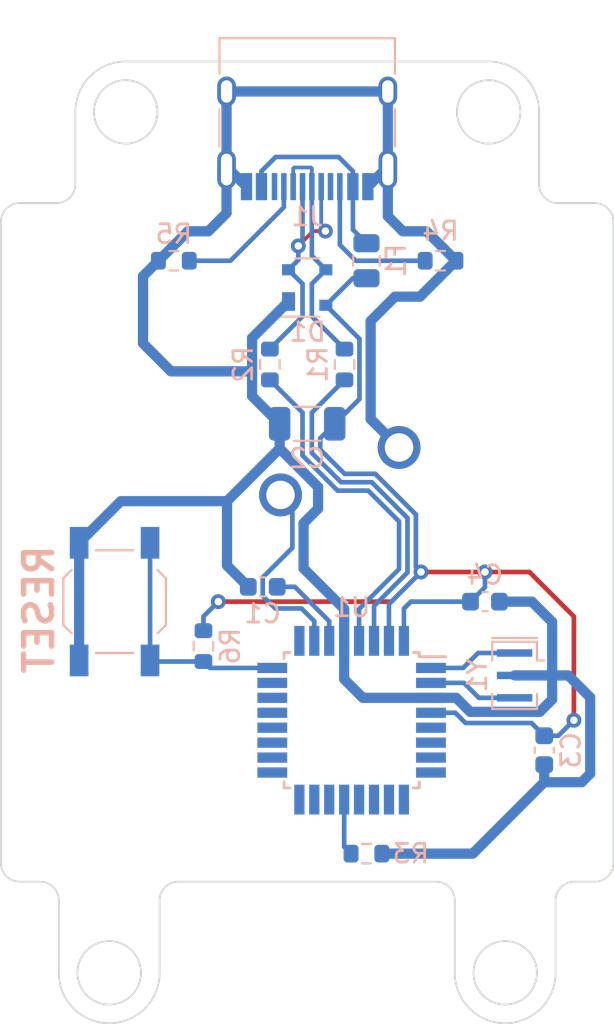
<source format=kicad_pcb>
(kicad_pcb (version 20240108) (generator "pcbnew") (generator_version "8.0")
  (layers (0 "F.Cu" signal) (31 "B.Cu" signal) (34 "B.Paste" user) (35 "F.Paste" user) (36 "B.SilkS" user "B.Silkscreen") (37 "F.SilkS" user "F.Silkscreen") (38 "B.Mask" user) (39 "F.Mask" user) (44 "Edge.Cuts" user))
  (net 0 "")
  (net 3 "Net-(U1-PC1{slash}~{RESET})")
  (net 4 "Net-(U1-XTAL1)")
  (net 23 "Net-(U1-PC0{slash}XTAL2)")
  (net 25 "GND")
  (net 26 "D-")
  (net 27 "D+")
  (net 28 "VCC")
  (net 29 "Net-(F1-Pad1)")
  (net 30 "Net-(U1-D-)")
  (net 31 "Net-(U1-D+)")
  (net 32 "Net-(J1-CC2)")
  (net 33 "Net-(J1-CC1)")
  (net 34 "Net-(U1-~{HWB}{slash}PD7)")
  (net 35 "Net-(U1-UCAP)")
  (net 36 "SW1")
  (footprint "MX_Solderable:MX-Solderable-ISO" (layer "F.Cu") (at 166.677 93.6566)
    (property "Reference" "SW1")
    (property "Value" "SW_Push")
    (pad "" np_thru_hole circle (at -8.255 -11.938) (size 3.9878 3.9878) (drill 3.9878) (layers "*.Cu" "*.Mask"))
    (pad "" np_thru_hole circle (at -8.255 11.938) (size 3.9878 3.9878) (drill 3.9878) (layers "*.Cu" "*.Mask"))
    (pad "" np_thru_hole circle (at -5.08 0 48.099) (size 1.7018 1.7018) (drill 1.7018) (layers "F&B.Cu" "*.Mask"))
    (pad "" np_thru_hole circle (at 0 0) (size 3.9878 3.9878) (drill 3.9878) (layers "*.Cu" "*.Mask"))
    (pad "" np_thru_hole circle (at 5.08 0 48.099) (size 1.7018 1.7018) (drill 1.7018) (layers "F&B.Cu" "*.Mask"))
    (pad "" np_thru_hole circle (at 6.985 -11.938) (size 3.048 3.048) (drill 3.048) (layers "*.Cu" "*.Mask"))
    (pad "" np_thru_hole circle (at 6.985 11.938) (size 3.048 3.048) (drill 3.048) (layers "*.Cu" "*.Mask"))
    (pad "1" thru_hole circle (at -3.81 -2.54) (size 2.3 2.3) (drill 1.524) (layers "*.Cu" "B.Mask") (net 36 "SW1"))
    (pad "2" thru_hole circle (at 2.54 -5.08) (size 2.3 2.3) (drill 1.524) (layers "*.Cu" "B.Mask") (net 25 "GND"))
  )
  (footprint "Capacitor_SMD:C_0603_1608Metric" (layer "B.Cu") (at 176.9951 104.7871 90)
    (property "Reference" "C3" (at 0 1.43 90) (layer "B.SilkS") (effects (justify mirror)))
    (property "Value" "0.1uF")
    (fp_line (start -0.14058 -0.51) (end 0.14058 -0.51) (stroke (width 0.12)) (layer "B.SilkS"))
    (fp_line (start -0.14058 0.51) (end 0.14058 0.51) (stroke (width 0.12)) (layer "B.SilkS"))
    (pad "1" smd roundrect (at -0.775 0 90) (size 0.9 0.95) (layers "B.Cu" "B.Paste" "B.Mask") (net 25 "GND"))
    (pad "2" smd roundrect (at 0.775 0 90) (size 0.9 0.95) (layers "B.Cu" "B.Paste" "B.Mask") (net 28 "VCC"))
  )
  (footprint "Capacitor_SMD:C_0603_1608Metric" (layer "B.Cu") (at 161.9148 96.0377)
    (property "Reference" "C1" (at 0 1.43 0) (layer "B.SilkS") (effects (justify mirror)))
    (property "Value" "1uF")
    (fp_line (start -0.14058 -0.51) (end 0.14058 -0.51) (stroke (width 0.12)) (layer "B.SilkS"))
    (fp_line (start -0.14058 0.51) (end 0.14058 0.51) (stroke (width 0.12)) (layer "B.SilkS"))
    (pad "1" smd roundrect (at -0.775 0) (size 0.9 0.95) (layers "B.Cu" "B.Paste" "B.Mask") (net 25 "GND"))
    (pad "2" smd roundrect (at 0.775 0) (size 0.9 0.95) (layers "B.Cu" "B.Paste" "B.Mask") (net 35 "Net-(U1-UCAP)"))
  )
  (footprint "Fuse:Fuse_0805_2012Metric" (layer "B.Cu") (at 167.4707 78.5763 -90)
    (property "Reference" "F1" (at 0 -1.5874 90) (layer "B.SilkS") (effects (justify mirror)))
    (property "Value" "Polyfuse_Small")
    (fp_line (start -0.258578 0.71) (end 0.258578 0.71) (stroke (width 0.12)) (layer "B.SilkS"))
    (fp_line (start -0.258578 -0.71) (end 0.258578 -0.71) (stroke (width 0.12)) (layer "B.SilkS"))
    (pad "1" smd roundrect (at -0.9375 0 270) (size 0.975 1.4) (layers "B.Cu" "B.Paste" "B.Mask") (net 29 "Net-(F1-Pad1)"))
    (pad "2" smd roundrect (at 0.9375 0 270) (size 0.975 1.4) (layers "B.Cu" "B.Paste" "B.Mask") (net 28 "VCC"))
  )
  (footprint "Connector_USB:USB_C_Receptacle_HRO_TYPE-C-31-M-12" (layer "B.Cu") (at 164.2959 70.5628)
    (property "Reference" "J1" (at 0 5.645 0) (layer "B.SilkS") (effects (justify mirror)))
    (property "Value" "USB_C_Receptacle")
    (fp_line (start -4.7 -3.9) (end 4.7 -3.9) (stroke (width 0.12)) (layer "B.SilkS"))
    (fp_line (start -4.7 -2) (end -4.7 -3.9) (stroke (width 0.12)) (layer "B.SilkS"))
    (fp_line (start -4.7 1.9) (end -4.7 -0.1) (stroke (width 0.12)) (layer "B.SilkS"))
    (fp_line (start 4.7 -2) (end 4.7 -3.9) (stroke (width 0.12)) (layer "B.SilkS"))
    (fp_line (start 4.7 1.9) (end 4.7 -0.1) (stroke (width 0.12)) (layer "B.SilkS"))
    (pad "" np_thru_hole circle (at -2.89 2.6) (size 0.65 0.65) (drill 0.65) (layers "*.Cu" "*.Mask"))
    (pad "" np_thru_hole circle (at 2.89 2.6) (size 0.65 0.65) (drill 0.65) (layers "*.Cu" "*.Mask"))
    (pad "A1" smd rect (at -3.25 4.045) (size 0.6 1.45) (layers "B.Cu" "B.Paste" "B.Mask") (net 25 "GND"))
    (pad "A4" smd rect (at -2.45 4.045) (size 0.6 1.45) (layers "B.Cu" "B.Paste" "B.Mask") (net 29 "Net-(F1-Pad1)"))
    (pad "A5" smd rect (at -1.25 4.045) (size 0.3 1.45) (layers "B.Cu" "B.Paste" "B.Mask") (net 33 "Net-(J1-CC1)"))
    (pad "A6" smd rect (at -0.25 4.045) (size 0.3 1.45) (layers "B.Cu" "B.Paste" "B.Mask") (net 27 "D+"))
    (pad "A7" smd rect (at 0.25 4.045) (size 0.3 1.45) (layers "B.Cu" "B.Paste" "B.Mask") (net 26 "D-"))
    (pad "A8" smd rect (at 1.25 4.045) (size 0.3 1.45) (layers "B.Cu" "B.Paste" "B.Mask"))
    (pad "A9" smd rect (at 2.45 4.045) (size 0.6 1.45) (layers "B.Cu" "B.Paste" "B.Mask") (net 29 "Net-(F1-Pad1)"))
    (pad "A12" smd rect (at 3.25 4.045) (size 0.6 1.45) (layers "B.Cu" "B.Paste" "B.Mask") (net 25 "GND"))
    (pad "B1" smd rect (at 3.25 4.045) (size 0.6 1.45) (layers "B.Cu" "B.Paste" "B.Mask") (net 25 "GND"))
    (pad "B4" smd rect (at 2.45 4.045) (size 0.6 1.45) (layers "B.Cu" "B.Paste" "B.Mask") (net 29 "Net-(F1-Pad1)"))
    (pad "B5" smd rect (at 1.75 4.045) (size 0.3 1.45) (layers "B.Cu" "B.Paste" "B.Mask") (net 32 "Net-(J1-CC2)"))
    (pad "B6" smd rect (at 0.75 4.045) (size 0.3 1.45) (layers "B.Cu" "B.Paste" "B.Mask") (net 27 "D+"))
    (pad "B7" smd rect (at -0.75 4.045) (size 0.3 1.45) (layers "B.Cu" "B.Paste" "B.Mask") (net 26 "D-"))
    (pad "B8" smd rect (at -1.75 4.045) (size 0.3 1.45) (layers "B.Cu" "B.Paste" "B.Mask"))
    (pad "B9" smd rect (at -2.45 4.045) (size 0.6 1.45) (layers "B.Cu" "B.Paste" "B.Mask") (net 29 "Net-(F1-Pad1)"))
    (pad "B12" smd rect (at -3.25 4.045) (size 0.6 1.45) (layers "B.Cu" "B.Paste" "B.Mask") (net 25 "GND"))
    (pad "S1" thru_hole oval (at -4.32 -1.05) (size 1 1.6) (drill oval 0.6 1.2) (layers "*.Cu" "*.Mask") (net 25 "GND"))
    (pad "S1" thru_hole oval (at -4.32 3.13) (size 1 2.1) (drill oval 0.6 1.7) (layers "*.Cu" "*.Mask") (net 25 "GND"))
    (pad "S1" thru_hole oval (at 4.32 -1.05) (size 1 1.6) (drill oval 0.6 1.2) (layers "*.Cu" "*.Mask") (net 25 "GND"))
    (pad "S1" thru_hole oval (at 4.32 3.13) (size 1 2.1) (drill oval 0.6 1.7) (layers "*.Cu" "*.Mask") (net 25 "GND"))
  )
  (footprint "Resistor_SMD:R_0603_1608Metric" (layer "B.Cu") (at 171.4392 78.5763)
    (property "Reference" "R4" (at 0 -1.5874 0) (layer "B.SilkS") (effects (justify mirror)))
    (property "Value" "5.1k")
    (fp_line (start -0.237258 -0.5225) (end 0.237258 -0.5225) (stroke (width 0.12)) (layer "B.SilkS"))
    (fp_line (start -0.237258 0.5225) (end 0.237258 0.5225) (stroke (width 0.12)) (layer "B.SilkS"))
    (pad "1" smd roundrect (at -0.825 0) (size 0.8 0.95) (layers "B.Cu" "B.Paste" "B.Mask") (net 32 "Net-(J1-CC2)"))
    (pad "2" smd roundrect (at 0.825 0) (size 0.8 0.95) (layers "B.Cu" "B.Paste" "B.Mask") (net 25 "GND"))
  )
  (footprint "Resistor_SMD:R_0603_1608Metric" (layer "B.Cu") (at 167.4707 110.3243)
    (property "Reference" "R3" (at 2.3811 0 0) (layer "B.SilkS") (effects (justify mirror)))
    (property "Value" "10k")
    (fp_line (start -0.237258 -0.5225) (end 0.237258 -0.5225) (stroke (width 0.12)) (layer "B.SilkS"))
    (fp_line (start -0.237258 0.5225) (end 0.237258 0.5225) (stroke (width 0.12)) (layer "B.SilkS"))
    (pad "1" smd roundrect (at -0.825 0) (size 0.8 0.95) (layers "B.Cu" "B.Paste" "B.Mask") (net 34 "Net-(U1-~{HWB}{slash}PD7)"))
    (pad "2" smd roundrect (at 0.825 0) (size 0.8 0.95) (layers "B.Cu" "B.Paste" "B.Mask") (net 25 "GND"))
  )
  (footprint "Crystal:Resonator_SMD_Murata_CSTxExxV-3Pin_3.0x1.1mm" (layer "B.Cu") (at 175.4077 100.781 -90)
    (property "Reference" "Y1" (at 0 2 90) (layer "B.SilkS") (effects (justify mirror)))
    (property "Value" "Resonator_Small")
    (fp_line (start -2 1.2) (end -2 -0.8) (stroke (width 0.12)) (layer "B.SilkS"))
    (fp_line (start -1.8 1.2) (end -0.8 1.2) (stroke (width 0.12)) (layer "B.SilkS"))
    (fp_line (start 1 1.2) (end 1.8 1.2) (stroke (width 0.12)) (layer "B.SilkS"))
    (fp_line (start 1.8 1.2) (end 1.8 -0.8) (stroke (width 0.12)) (layer "B.SilkS"))
    (fp_line (start -2 -0.8) (end -2 -1.2) (stroke (width 0.12)) (layer "B.SilkS"))
    (fp_line (start -1.8 -0.8) (end -1.8 1.2) (stroke (width 0.12)) (layer "B.SilkS"))
    (fp_line (start -1.8 -0.8) (end -1.8 -1.2) (stroke (width 0.12)) (layer "B.SilkS"))
    (fp_line (start 1.8 -0.8) (end 1.8 -1.2) (stroke (width 0.12)) (layer "B.SilkS"))
    (fp_line (start -0.8 -1.2) (end -1.8 -1.2) (stroke (width 0.12)) (layer "B.SilkS"))
    (fp_line (start -0.8 -1.2) (end -0.8 -1.6) (stroke (width 0.12)) (layer "B.SilkS"))
    (fp_line (start 1.8 -1.2) (end 1 -1.2) (stroke (width 0.12)) (layer "B.SilkS"))
    (pad "1" smd rect (at -1.2 0 270) (size 0.4 1.9) (layers "B.Cu" "B.Paste" "B.Mask") (net 4 "Net-(U1-XTAL1)"))
    (pad "2" smd rect (at 0 0 270) (size 0.4 1.9) (layers "B.Cu" "B.Paste" "B.Mask") (net 25 "GND"))
    (pad "3" smd rect (at 1.2 0 270) (size 0.4 1.9) (layers "B.Cu" "B.Paste" "B.Mask") (net 23 "Net-(U1-PC0{slash}XTAL2)"))
  )
  (footprint "Resistor_SMD:R_0603_1608Metric" (layer "B.Cu") (at 157.1526 78.5763 180)
    (property "Reference" "R5" (at 0 1.43 0) (layer "B.SilkS") (effects (justify mirror)))
    (property "Value" "5.1k")
    (fp_line (start -0.237258 0.5225) (end 0.237258 0.5225) (stroke (width 0.12)) (layer "B.SilkS"))
    (fp_line (start -0.237258 -0.5225) (end 0.237258 -0.5225) (stroke (width 0.12)) (layer "B.SilkS"))
    (pad "1" smd roundrect (at -0.825 0 180) (size 0.8 0.95) (layers "B.Cu" "B.Paste" "B.Mask") (net 33 "Net-(J1-CC1)"))
    (pad "2" smd roundrect (at 0.825 0 180) (size 0.8 0.95) (layers "B.Cu" "B.Paste" "B.Mask") (net 25 "GND"))
  )
  (footprint "Resistor_SMD:R_0603_1608Metric" (layer "B.Cu") (at 158.74 99.2125 90)
    (property "Reference" "R6" (at 0 1.43 90) (layer "B.SilkS") (effects (justify mirror)))
    (property "Value" "10k")
    (fp_line (start -0.237258 -0.5225) (end 0.237258 -0.5225) (stroke (width 0.12)) (layer "B.SilkS"))
    (fp_line (start -0.237258 0.5225) (end 0.237258 0.5225) (stroke (width 0.12)) (layer "B.SilkS"))
    (pad "1" smd roundrect (at -0.825 0 90) (size 0.8 0.95) (layers "B.Cu" "B.Paste" "B.Mask") (net 3 "Net-(U1-PC1{slash}~{RESET})"))
    (pad "2" smd roundrect (at 0.825 0 90) (size 0.8 0.95) (layers "B.Cu" "B.Paste" "B.Mask") (net 28 "VCC"))
  )
  (footprint "Capacitor_SMD:C_1206_3216Metric" (layer "B.Cu") (at 164.2959 87.307)
    (property "Reference" "C2" (at 0 1.85 180) (layer "B.SilkS") (effects (justify mirror)))
    (property "Value" "10uF")
    (fp_line (start -0.711252 -0.91) (end 0.711252 -0.91) (stroke (width 0.12)) (layer "B.SilkS"))
    (fp_line (start -0.711252 0.91) (end 0.711252 0.91) (stroke (width 0.12)) (layer "B.SilkS"))
    (pad "1" smd roundrect (at -1.475 0) (size 1.15 1.8) (layers "B.Cu" "B.Paste" "B.Mask") (roundrect_rratio 0.2173913043) (net 25 "GND"))
    (pad "2" smd roundrect (at 1.475 0) (size 1.15 1.8) (layers "B.Cu" "B.Paste" "B.Mask") (roundrect_rratio 0.2173913043) (net 28 "VCC"))
  )
  (footprint "Capacitor_SMD:C_0603_1608Metric" (layer "B.Cu") (at 173.8203 96.8314 180)
    (property "Reference" "C4" (at 0 1.43 0) (layer "B.SilkS") (effects (justify mirror)))
    (property "Value" "0.1uF")
    (fp_line (start -0.14058 0.51) (end 0.14058 0.51) (stroke (width 0.12)) (layer "B.SilkS"))
    (fp_line (start -0.14058 -0.51) (end 0.14058 -0.51) (stroke (width 0.12)) (layer "B.SilkS"))
    (pad "1" smd roundrect (at -0.775 0 180) (size 0.9 0.95) (layers "B.Cu" "B.Paste" "B.Mask") (net 25 "GND"))
    (pad "2" smd roundrect (at 0.775 0 180) (size 0.9 0.95) (layers "B.Cu" "B.Paste" "B.Mask") (net 28 "VCC"))
  )
  (footprint "Resistor_SMD:R_0603_1608Metric" (layer "B.Cu") (at 166.2959 84.1322 -90)
    (property "Reference" "R1" (at 0 1.43 90) (layer "B.SilkS") (effects (justify mirror)))
    (property "Value" "22")
    (fp_line (start -0.237258 0.5225) (end 0.237258 0.5225) (stroke (width 0.12)) (layer "B.SilkS"))
    (fp_line (start -0.237258 -0.5225) (end 0.237258 -0.5225) (stroke (width 0.12)) (layer "B.SilkS"))
    (pad "1" smd roundrect (at -0.825 0 270) (size 0.8 0.95) (layers "B.Cu" "B.Paste" "B.Mask") (net 26 "D-"))
    (pad "2" smd roundrect (at 0.825 0 270) (size 0.8 0.95) (layers "B.Cu" "B.Paste" "B.Mask") (net 30 "Net-(U1-D-)"))
  )
  (footprint "Button_Switch_SMD:SW_SPST_TL3342" (layer "B.Cu") (at 153.9778 96.8314 -90)
    (property "Reference" "SW2" (hide yes))
    (property "Value" "SW_Push")
    (fp_line (start -1.25 2.75) (end 1.25 2.75) (stroke (width 0.12)) (layer "B.SilkS"))
    (fp_line (start -1.7 2.3) (end -1.25 2.75) (stroke (width 0.12)) (layer "B.SilkS"))
    (fp_line (start 1.7 2.3) (end 1.25 2.75) (stroke (width 0.12)) (layer "B.SilkS"))
    (fp_line (start -2.75 1) (end -2.75 -1) (stroke (width 0.12)) (layer "B.SilkS"))
    (fp_line (start 2.75 1) (end 2.75 -1) (stroke (width 0.12)) (layer "B.SilkS"))
    (fp_line (start -1.7 -2.3) (end -1.25 -2.75) (stroke (width 0.12)) (layer "B.SilkS"))
    (fp_line (start 1.7 -2.3) (end 1.25 -2.75) (stroke (width 0.12)) (layer "B.SilkS"))
    (fp_line (start -1.25 -2.75) (end 1.25 -2.75) (stroke (width 0.12)) (layer "B.SilkS"))
    (pad "1" smd rect (at -3.15 1.9 270) (size 1.7 1) (layers "B.Cu" "B.Paste" "B.Mask") (net 25 "GND"))
    (pad "1" smd rect (at 3.15 1.9 270) (size 1.7 1) (layers "B.Cu" "B.Paste" "B.Mask") (net 25 "GND"))
    (pad "2" smd rect (at -3.15 -1.9 270) (size 1.7 1) (layers "B.Cu" "B.Paste" "B.Mask") (net 3 "Net-(U1-PC1{slash}~{RESET})"))
    (pad "2" smd rect (at 3.15 -1.9 270) (size 1.7 1) (layers "B.Cu" "B.Paste" "B.Mask") (net 3 "Net-(U1-PC1{slash}~{RESET})"))
  )
  (footprint "Resistor_SMD:R_0603_1608Metric" (layer "B.Cu") (at 162.2959 84.1322 -90)
    (property "Reference" "R2" (at 0 1.43 90) (layer "B.SilkS") (effects (justify mirror)))
    (property "Value" "22")
    (fp_line (start -0.237258 0.5225) (end 0.237258 0.5225) (stroke (width 0.12)) (layer "B.SilkS"))
    (fp_line (start -0.237258 -0.5225) (end 0.237258 -0.5225) (stroke (width 0.12)) (layer "B.SilkS"))
    (pad "1" smd roundrect (at -0.825 0 270) (size 0.8 0.95) (layers "B.Cu" "B.Paste" "B.Mask") (net 27 "D+"))
    (pad "2" smd roundrect (at 0.825 0 270) (size 0.8 0.95) (layers "B.Cu" "B.Paste" "B.Mask") (net 31 "Net-(U1-D+)"))
  )
  (footprint "Package_TO_SOT_SMD:SOT-143" (layer "B.Cu") (at 164.2959 80.01)
    (property "Reference" "D1" (at 0.02 2.38 0) (layer "B.SilkS") (effects (justify mirror)))
    (property "Value" "PRTR5V0U2X")
    (fp_line (start -0.65 -1.56) (end 0.65 -1.56) (stroke (width 0.12)) (layer "B.SilkS"))
    (fp_line (start 0.65 1.56) (end -1.35 1.56) (stroke (width 0.12)) (layer "B.SilkS"))
    (pad "1" smd rect (at -1 0.75) (size 0.7 1) (layers "B.Cu" "B.Paste" "B.Mask") (net 25 "GND"))
    (pad "2" smd rect (at -1 -0.95) (size 0.7 0.6) (layers "B.Cu" "B.Paste" "B.Mask") (net 27 "D+"))
    (pad "3" smd rect (at 1 -0.95) (size 0.7 0.6) (layers "B.Cu" "B.Paste" "B.Mask") (net 26 "D-"))
    (pad "4" smd rect (at 1 0.95) (size 0.7 0.6) (layers "B.Cu" "B.Paste" "B.Mask") (net 28 "VCC"))
  )
  (footprint "Package_QFP:TQFP-32_7x7mm_P0.8mm" (layer "B.Cu") (at 166.677 103.181 180)
    (property "Reference" "U1" (at 0 6.05 0) (layer "B.SilkS") (effects (justify mirror)))
    (property "Value" "ATmega32U2-A")
    (fp_line (start 3.625 3.625) (end 3.625 3.3) (stroke (width 0.15)) (layer "B.SilkS"))
    (fp_line (start 3.625 3.625) (end 3.3 3.625) (stroke (width 0.15)) (layer "B.SilkS"))
    (fp_line (start 3.625 -3.625) (end 3.625 -3.3) (stroke (width 0.15)) (layer "B.SilkS"))
    (fp_line (start 3.625 -3.625) (end 3.3 -3.625) (stroke (width 0.15)) (layer "B.SilkS"))
    (fp_line (start -3.625 3.625) (end -3.3 3.625) (stroke (width 0.15)) (layer "B.SilkS"))
    (fp_line (start -3.625 3.625) (end -3.625 3.4) (stroke (width 0.15)) (layer "B.SilkS"))
    (fp_line (start -3.625 3.4) (end -5.05 3.4) (stroke (width 0.15)) (layer "B.SilkS"))
    (fp_line (start -3.625 -3.625) (end -3.3 -3.625) (stroke (width 0.15)) (layer "B.SilkS"))
    (fp_line (start -3.625 -3.625) (end -3.625 -3.3) (stroke (width 0.15)) (layer "B.SilkS"))
    (pad "1" smd rect (at -4.25 2.8 180) (size 1.6 0.55) (layers "B.Cu" "B.Paste" "B.Mask") (net 4 "Net-(U1-XTAL1)"))
    (pad "2" smd rect (at -4.25 2 180) (size 1.6 0.55) (layers "B.Cu" "B.Paste" "B.Mask") (net 23 "Net-(U1-PC0{slash}XTAL2)"))
    (pad "3" smd rect (at -4.25 1.2 180) (size 1.6 0.55) (layers "B.Cu" "B.Paste" "B.Mask") (net 25 "GND"))
    (pad "4" smd rect (at -4.25 0.4 180) (size 1.6 0.55) (layers "B.Cu" "B.Paste" "B.Mask") (net 28 "VCC"))
    (pad "5" smd rect (at -4.25 -0.4 180) (size 1.6 0.55) (layers "B.Cu" "B.Paste" "B.Mask"))
    (pad "6" smd rect (at -4.25 -1.2 180) (size 1.6 0.55) (layers "B.Cu" "B.Paste" "B.Mask"))
    (pad "7" smd rect (at -4.25 -2 180) (size 1.6 0.55) (layers "B.Cu" "B.Paste" "B.Mask"))
    (pad "8" smd rect (at -4.25 -2.8 180) (size 1.6 0.55) (layers "B.Cu" "B.Paste" "B.Mask"))
    (pad "9" smd rect (at -2.8 -4.25 90) (size 1.6 0.55) (layers "B.Cu" "B.Paste" "B.Mask"))
    (pad "10" smd rect (at -2 -4.25 90) (size 1.6 0.55) (layers "B.Cu" "B.Paste" "B.Mask"))
    (pad "11" smd rect (at -1.2 -4.25 90) (size 1.6 0.55) (layers "B.Cu" "B.Paste" "B.Mask"))
    (pad "12" smd rect (at -0.4 -4.25 90) (size 1.6 0.55) (layers "B.Cu" "B.Paste" "B.Mask"))
    (pad "13" smd rect (at 0.4 -4.25 90) (size 1.6 0.55) (layers "B.Cu" "B.Paste" "B.Mask") (net 34 "Net-(U1-~{HWB}{slash}PD7)"))
    (pad "14" smd rect (at 1.2 -4.25 90) (size 1.6 0.55) (layers "B.Cu" "B.Paste" "B.Mask"))
    (pad "15" smd rect (at 2 -4.25 90) (size 1.6 0.55) (layers "B.Cu" "B.Paste" "B.Mask"))
    (pad "16" smd rect (at 2.8 -4.25 90) (size 1.6 0.55) (layers "B.Cu" "B.Paste" "B.Mask"))
    (pad "17" smd rect (at 4.25 -2.8 180) (size 1.6 0.55) (layers "B.Cu" "B.Paste" "B.Mask"))
    (pad "18" smd rect (at 4.25 -2 180) (size 1.6 0.55) (layers "B.Cu" "B.Paste" "B.Mask"))
    (pad "19" smd rect (at 4.25 -1.2 180) (size 1.6 0.55) (layers "B.Cu" "B.Paste" "B.Mask"))
    (pad "20" smd rect (at 4.25 -0.4 180) (size 1.6 0.55) (layers "B.Cu" "B.Paste" "B.Mask"))
    (pad "21" smd rect (at 4.25 0.4 180) (size 1.6 0.55) (layers "B.Cu" "B.Paste" "B.Mask"))
    (pad "22" smd rect (at 4.25 1.2 180) (size 1.6 0.55) (layers "B.Cu" "B.Paste" "B.Mask"))
    (pad "23" smd rect (at 4.25 2 180) (size 1.6 0.55) (layers "B.Cu" "B.Paste" "B.Mask"))
    (pad "24" smd rect (at 4.25 2.8 180) (size 1.6 0.55) (layers "B.Cu" "B.Paste" "B.Mask") (net 3 "Net-(U1-PC1{slash}~{RESET})"))
    (pad "25" smd rect (at 2.8 4.25 90) (size 1.6 0.55) (layers "B.Cu" "B.Paste" "B.Mask"))
    (pad "26" smd rect (at 2 4.25 90) (size 1.6 0.55) (layers "B.Cu" "B.Paste" "B.Mask") (net 36 "SW1"))
    (pad "27" smd rect (at 1.2 4.25 90) (size 1.6 0.55) (layers "B.Cu" "B.Paste" "B.Mask") (net 35 "Net-(U1-UCAP)"))
    (pad "28" smd rect (at 0.4 4.25 90) (size 1.6 0.55) (layers "B.Cu" "B.Paste" "B.Mask") (net 25 "GND"))
    (pad "29" smd rect (at -0.4 4.25 90) (size 1.6 0.55) (layers "B.Cu" "B.Paste" "B.Mask") (net 31 "Net-(U1-D+)"))
    (pad "30" smd rect (at -1.2 4.25 90) (size 1.6 0.55) (layers "B.Cu" "B.Paste" "B.Mask") (net 30 "Net-(U1-D-)"))
    (pad "31" smd rect (at -2 4.25 90) (size 1.6 0.55) (layers "B.Cu" "B.Paste" "B.Mask") (net 28 "VCC"))
    (pad "32" smd rect (at -2.8 4.25 90) (size 1.6 0.55) (layers "B.Cu" "B.Paste" "B.Mask") (net 28 "VCC"))
  )
  (gr_arc (start 156.389927 112.826184) (mid 156.682821 112.119078) (end 157.389927 111.826184) (stroke (width 0.1)) (layer "Edge.Cuts"))
  (gr_line (start 157.826 67.9066) (end 170.766 67.9066) (stroke (width 0.1)) (layer "Edge.Cuts"))
  (gr_circle (center 174.902073 116.7066) (end 173.202073 116.7066) (stroke (width 0.1)) (fill none) (layer "Edge.Cuts"))
  (gr_arc (start 174.018492 67.9066) (mid 175.92768 68.697412) (end 176.718492 70.6066) (stroke (width 0.1)) (layer "Edge.Cuts"))
  (gr_line (start 174.018492 67.9066) (end 170.766 67.9066) (stroke (width 0.1)) (layer "Edge.Cuts"))
  (gr_arc (start 179.70225 75.488184) (mid 180.409356 75.781078) (end 180.70225 76.488184) (stroke (width 0.1)) (layer "Edge.Cuts"))
  (gr_line (start 179.70225 75.488184) (end 177.718492 75.488184) (stroke (width 0.1)) (layer "Edge.Cuts"))
  (gr_arc (start 177.602073 116.7066) (mid 174.902073 119.4066) (end 172.202073 116.7066) (stroke (width 0.1)) (layer "Edge.Cuts"))
  (gr_line (start 172.202073 112.826184) (end 172.202073 116.7066) (stroke (width 0.1)) (layer "Edge.Cuts"))
  (gr_circle (center 153.689927 116.7066) (end 151.989927 116.7066) (stroke (width 0.1)) (fill none) (layer "Edge.Cuts"))
  (gr_arc (start 147.88925 76.488185) (mid 148.182141 75.781075) (end 148.88925 75.488185) (stroke (width 0.1)) (layer "Edge.Cuts"))
  (gr_line (start 180.70225 110.826184) (end 180.70225 76.488184) (stroke (width 0.1)) (layer "Edge.Cuts"))
  (gr_line (start 156.389927 116.7066) (end 156.389927 112.826184) (stroke (width 0.1)) (layer "Edge.Cuts"))
  (gr_line (start 147.889251 92.776185) (end 147.889251 110.826184) (stroke (width 0.1)) (layer "Edge.Cuts"))
  (gr_arc (start 156.389927 116.7066) (mid 153.689927 119.4066) (end 150.989927 116.7066) (stroke (width 0.1)) (layer "Edge.Cuts"))
  (gr_line (start 178.602073 111.826184) (end 179.70225 111.826184) (stroke (width 0.1)) (layer "Edge.Cuts"))
  (gr_line (start 177.602073 116.7066) (end 177.602073 112.826184) (stroke (width 0.1)) (layer "Edge.Cuts"))
  (gr_line (start 157.389927 111.826184) (end 171.202073 111.826184) (stroke (width 0.1)) (layer "Edge.Cuts"))
  (gr_line (start 147.88925 76.488185) (end 147.889251 92.776185) (stroke (width 0.1)) (layer "Edge.Cuts"))
  (gr_arc (start 148.889737 111.826184) (mid 148.182316 111.533463) (end 147.889251 110.826184) (stroke (width 0.1)) (layer "Edge.Cuts"))
  (gr_circle (center 174.018492 70.6066) (end 172.318492 70.6066) (stroke (width 0.1)) (fill none) (layer "Edge.Cuts"))
  (gr_line (start 151.873508 70.6066) (end 151.873508 74.488185) (stroke (width 0.1)) (layer "Edge.Cuts"))
  (gr_arc (start 149.989927 111.826184) (mid 150.697033 112.119078) (end 150.989927 112.826184) (stroke (width 0.1)) (layer "Edge.Cuts"))
  (gr_line (start 150.989927 112.826184) (end 150.989927 116.7066) (stroke (width 0.1)) (layer "Edge.Cuts"))
  (gr_line (start 157.826 67.9066) (end 154.573508 67.9066) (stroke (width 0.1)) (layer "Edge.Cuts"))
  (gr_arc (start 180.70225 110.826184) (mid 180.409357 111.533291) (end 179.70225 111.826184) (stroke (width 0.1)) (layer "Edge.Cuts"))
  (gr_line (start 150.873508 75.488185) (end 148.88925 75.488185) (stroke (width 0.1)) (layer "Edge.Cuts"))
  (gr_arc (start 151.873508 70.6066) (mid 152.66432 68.697412) (end 154.573508 67.9066) (stroke (width 0.1)) (layer "Edge.Cuts"))
  (gr_line (start 148.889737 111.826184) (end 149.989927 111.826184) (stroke (width 0.1)) (layer "Edge.Cuts"))
  (gr_line (start 176.718492 74.488184) (end 176.718492 70.6066) (stroke (width 0.1)) (layer "Edge.Cuts"))
  (gr_arc (start 177.718492 75.488184) (mid 177.011385 75.195291) (end 176.718492 74.488184) (stroke (width 0.1)) (layer "Edge.Cuts"))
  (gr_arc (start 151.873508 74.488185) (mid 151.580614 75.195291) (end 150.873508 75.488185) (stroke (width 0.1)) (layer "Edge.Cuts"))
  (gr_circle (center 154.573508 70.6066) (end 152.873508 70.6066) (stroke (width 0.1)) (fill none) (layer "Edge.Cuts"))
  (gr_arc (start 177.602073 112.826184) (mid 177.894967 112.119078) (end 178.602073 111.826184) (stroke (width 0.1)) (layer "Edge.Cuts"))
  (gr_arc (start 171.202073 111.826184) (mid 171.909179 112.119078) (end 172.202073 112.826184) (stroke (width 0.1)) (layer "Edge.Cuts"))
  (gr_text "RESET" (at 150.803 93.6566 90) (layer "B.SilkS") (effects (font (size 1.5 1.5) (thickness 0.3) (bold yes)) (justify left bottom mirror)))
  (segment (start 162.427 100.381) (end 159.0835 100.381) (width 0.25) (layer "B.Cu") (net 3))
  (segment (start 155.8778 93.6814) (end 155.8778 99.9814) (width 0.25) (layer "B.Cu") (net 3))
  (segment (start 158.74 100.0375) (end 155.9339 100.0375) (width 0.25) (layer "B.Cu") (net 3))
  (segment (start 155.9339 100.0375) (end 155.8778 99.9814) (width 0.25) (layer "B.Cu") (net 3))
  (segment (start 159.0835 100.381) (end 158.74 100.0375) (width 0.25) (layer "B.Cu") (net 3))
  (segment (start 172.6518 100.381) (end 170.927 100.381) (width 0.25) (layer "B.Cu") (net 4))
  (segment (start 175.4077 99.581) (end 173.4518 99.581) (width 0.25) (layer "B.Cu") (net 4))
  (segment (start 173.4518 99.581) (end 172.6518 100.381) (width 0.25) (layer "B.Cu") (net 4))
  (segment (start 173.49235 101.981) (end 175.4077 101.981) (width 0.25) (layer "B.Cu") (net 23))
  (segment (start 172.69235 101.181) (end 173.49235 101.981) (width 0.25) (layer "B.Cu") (net 23))
  (segment (start 170.927 101.181) (end 172.69235 101.181) (width 0.25) (layer "B.Cu") (net 23))
  (segment (start 178.281 100.781) (end 179.4575 101.9575) (width 0.55) (layer "B.Cu") (net 25))
  (segment (start 170.6879 77) (end 172.2642 78.5763) (width 0.55) (layer "B.Cu") (net 25))
  (segment (start 164.1022 92.628716) (end 164.880728 91.850188) (width 0.55) (layer "B.Cu") (net 25))
  (segment (start 155.5 83) (end 155.5 79.4039) (width 0.55) (layer "B.Cu") (net 25))
  (segment (start 177.281 100.781) (end 177.419937 100.781) (width 0.55) (layer "B.Cu") (net 25))
  (segment (start 160 91.451743) (end 154.307457 91.451743) (width 0.55) (layer "B.Cu") (net 25))
  (segment (start 179.4575 101.9575) (end 179.4575 106.0425) (width 0.55) (layer "B.Cu") (net 25))
  (segment (start 168.4609 73.6928) (end 167.5459 74.6078) (width 0.55) (layer "B.Cu") (net 25))
  (segment (start 177.419937 100.781) (end 178.281 100.781) (width 0.55) (layer "B.Cu") (net 25))
  (segment (start 166.277 100.98415) (end 166.277 98.931) (width 0.55) (layer "B.Cu") (net 25))
  (segment (start 155.5 79.4039) (end 156.3276 78.5763) (width 0.55) (layer "B.Cu") (net 25))
  (segment (start 167.27385 101.981) (end 166.277 100.98415) (width 0.55) (layer "B.Cu") (net 25))
  (segment (start 176.3314 96.8314) (end 174.5953 96.8314) (width 0.55) (layer "B.Cu") (net 25))
  (segment (start 161.3459 84.5) (end 161.3459 82.71) (width 0.55) (layer "B.Cu") (net 25))
  (segment (start 177.419937 100.781) (end 177.419937 97.919937) (width 0.55) (layer "B.Cu") (net 25))
  (segment (start 164.880728 91.850188) (end 164.880728 90.690671) (width 0.55) (layer "B.Cu") (net 25))
  (segment (start 162.8209 87.307) (end 161.3459 85.832) (width 0.55) (layer "B.Cu") (net 25))
  (segment (start 177.419937 102.068763) (end 177.419937 100.781) (width 0.55) (layer "B.Cu") (net 25))
  (segment (start 179 106.5) (end 177 106.5) (width 0.55) (layer "B.Cu") (net 25))
  (segment (start 161.3459 82.71) (end 163.2959 80.76) (width 0.55) (layer "B.Cu") (net 25))
  (segment (start 152.0778 93.6814) (end 152.0778 99.9814) (width 0.55) (layer "B.Cu") (net 25))
  (segment (start 170.927 101.981) (end 167.27385 101.981) (width 0.55) (layer "B.Cu") (net 25))
  (segment (start 176.9951 106.4951) (end 173.1659 110.3243) (width 0.55) (layer "B.Cu") (net 25))
  (segment (start 166.277 98.931) (end 166.277 97.2251) (width 0.55) (layer "B.Cu") (net 25))
  (segment (start 176.7581 102.7306) (end 177.419937 102.068763) (width 0.55) (layer "B.Cu") (net 25))
  (segment (start 159.9759 73.6928) (end 159.9759 69.5128) (width 0.55) (layer "B.Cu") (net 25))
  (segment (start 161.3459 85.832) (end 161.3459 84.5) (width 0.55) (layer "B.Cu") (net 25))
  (segment (start 173.0266 102.7306) (end 176.7581 102.7306) (width 0.55) (layer "B.Cu") (net 25))
  (segment (start 170.927 101.981) (end 172.277 101.981) (width 0.55) (layer "B.Cu") (net 25))
  (segment (start 168.6159 76.193925) (end 169.421975 77) (width 0.55) (layer "B.Cu") (net 25))
  (segment (start 159.9759 73.6928) (end 160.1309 73.6928) (width 0.55) (layer "B.Cu") (net 25))
  (segment (start 177.419937 97.919937) (end 176.3314 96.8314) (width 0.55) (layer "B.Cu") (net 25))
  (segment (start 176.9951 106.4951) (end 176.9951 105.5621) (width 0.55) (layer "B.Cu") (net 25))
  (segment (start 160.1309 73.6928) (end 161.0459 74.6078) (width 0.55) (layer "B.Cu") (net 25))
  (segment (start 161.3459 84.5) (end 157 84.5) (width 0.55) (layer "B.Cu") (net 25))
  (segment (start 168.6159 73.6928) (end 168.6159 76.193925) (width 0.55) (layer "B.Cu") (net 25))
  (segment (start 169 80.5) (end 167.6959 81.8041) (width 0.55) (layer "B.Cu") (net 25))
  (segment (start 169.421975 77) (end 170.6879 77) (width 0.55) (layer "B.Cu") (net 25))
  (segment (start 168.6159 73.6928) (end 168.4609 73.6928) (width 0.55) (layer "B.Cu") (net 25))
  (segment (start 168.6159 69.5128) (end 168.6159 73.6928) (width 0.55) (layer "B.Cu") (net 25))
  (segment (start 160 94.8979) (end 161.1398 96.0377) (width 0.55) (layer "B.Cu") (net 25))
  (segment (start 156.3276 78.5763) (end 157.9039 77) (width 0.55) (layer "B.Cu") (net 25))
  (segment (start 157.9039 77) (end 159 77) (width 0.55) (layer "B.Cu") (net 25))
  (segment (start 157 84.5) (end 155.5 83) (width 0.55) (layer "B.Cu") (net 25))
  (segment (start 173.1659 110.3243) (end 168.2957 110.3243) (width 0.55) (layer "B.Cu") (net 25))
  (segment (start 164.1022 95.0503) (end 164.1022 92.628716) (width 0.55) (layer "B.Cu") (net 25))
  (segment (start 162.8209 88.630843) (end 160 91.451743) (width 0.55) (layer "B.Cu") (net 25))
  (segment (start 170.3405 80.5) (end 169 80.5) (width 0.55) (layer "B.Cu") (net 25))
  (segment (start 167.6959 81.8041) (end 167.6959 87.0555) (width 0.55) (layer "B.Cu") (net 25))
  (segment (start 167.6959 87.0555) (end 169.217 88.5766) (width 0.55) (layer "B.Cu") (net 25))
  (segment (start 159.9759 69.5128) (end 168.6159 69.5128) (width 0.55) (layer "B.Cu") (net 25))
  (segment (start 177.281 100.781) (end 175.4077 100.781) (width 0.55) (layer "B.Cu") (net 25))
  (segment (start 154.307457 91.451743) (end 152.0778 93.6814) (width 0.55) (layer "B.Cu") (net 25))
  (segment (start 172.277 101.981) (end 173.0266 102.7306) (width 0.55) (layer "B.Cu") (net 25))
  (segment (start 164.880728 90.690671) (end 162.8209 88.630843) (width 0.55) (layer "B.Cu") (net 25))
  (segment (start 166.277 97.2251) (end 164.1022 95.0503) (width 0.55) (layer "B.Cu") (net 25))
  (segment (start 159.9759 76.0241) (end 159.9759 73.6928) (width 0.55) (layer "B.Cu") (net 25))
  (segment (start 179.4575 106.0425) (end 179 106.5) (width 0.55) (layer "B.Cu") (net 25))
  (segment (start 172.2642 78.5763) (end 170.3405 80.5) (width 0.55) (layer "B.Cu") (net 25))
  (segment (start 177 106.5) (end 176.9951 106.4951) (width 0.55) (layer "B.Cu") (net 25))
  (segment (start 159 77) (end 159.9759 76.0241) (width 0.55) (layer "B.Cu") (net 25))
  (segment (start 162.8209 87.307) (end 162.8209 88.630843) (width 0.55) (layer "B.Cu") (net 25))
  (segment (start 160 91.451743) (end 160 94.8979) (width 0.55) (layer "B.Cu") (net 25))
  (segment (start 164.5459 78.31) (end 165.2959 79.06) (width 0.25) (layer "B.Cu") (net 26))
  (segment (start 164.5459 74.6078) (end 164.5459 78.31) (width 0.25) (layer "B.Cu") (net 26))
  (segment (start 164.5459 81.5572) (end 166.2959 83.3072) (width 0.25) (layer "B.Cu") (net 26))
  (segment (start 164.5459 79.81) (end 164.5459 81.5572) (width 0.25) (layer "B.Cu") (net 26))
  (segment (start 165.2959 79.06) (end 164.5459 79.81) (width 0.25) (layer "B.Cu") (net 26))
  (segment (start 163.5459 74.6078) (end 163.5459 73.6328) (width 0.2) (layer "B.Cu") (net 26))
  (segment (start 164.5459 73.6328) (end 164.5459 74.6078) (width 0.2) (layer "B.Cu") (net 26))
  (segment (start 163.5959 73.5828) (end 164.4959 73.5828) (width 0.2) (layer "B.Cu") (net 26))
  (segment (start 163.5459 73.6328) (end 163.5959 73.5828) (width 0.2) (layer "B.Cu") (net 26))
  (segment (start 164.4959 73.5828) (end 164.5459 73.6328) (width 0.2) (layer "B.Cu") (net 26))
  (segment (start 164.6151 76.9889) (end 163.8214 77.7826) (width 0.2) (layer "F.Cu") (net 27))
  (segment (start 165.2704 76.9889) (end 164.6151 76.9889) (width 0.2) (layer "F.Cu") (net 27))
  (via (at 165.2704 76.9889) (size 0.8) (drill 0.4) (layers "F.Cu" "B.Cu") (net 27))
  (via (at 163.8214 77.7826) (size 0.8) (drill 0.4) (layers "F.Cu" "B.Cu") (net 27))
  (segment (start 164.0459 81.5572) (end 162.2959 83.3072) (width 0.25) (layer "B.Cu") (net 27))
  (segment (start 165.0459 74.6078) (end 165.0459 76.7644) (width 0.2) (layer "B.Cu") (net 27))
  (segment (start 164.0459 79.81) (end 164.0459 81.5572) (width 0.25) (layer "B.Cu") (net 27))
  (segment (start 164.0459 77.5581) (end 163.8214 77.7826) (width 0.25) (layer "B.Cu") (net 27))
  (segment (start 164.0459 74.6078) (end 164.0459 77.5581) (width 0.25) (layer "B.Cu") (net 27))
  (segment (start 163.8214 77.7826) (end 163.8214 78.5345) (width 0.25) (layer "B.Cu") (net 27))
  (segment (start 165.0459 76.7644) (end 165.2704 76.9889) (width 0.2) (layer "B.Cu") (net 27))
  (segment (start 163.2959 79.06) (end 164.0459 79.81) (width 0.25) (layer "B.Cu") (net 27))
  (segment (start 163.8214 78.5345) (end 163.2959 79.06) (width 0.25) (layer "B.Cu") (net 27))
  (segment (start 176.2014 95.244) (end 173.8203 95.244) (width 0.25) (layer "F.Cu") (net 28))
  (segment (start 178.5825 97.6251) (end 176.9951 96.0377) (width 0.25) (layer "F.Cu") (net 28))
  (segment (start 176.9951 96.0377) (end 176.2014 95.244) (width 0.25) (layer "F.Cu") (net 28))
  (segment (start 168.805575 96.8314) (end 159.5337 96.8314) (width 0.25) (layer "F.Cu") (net 28))
  (segment (start 178.5825 103.181) (end 178.5825 97.6251) (width 0.25) (layer "F.Cu") (net 28))
  (segment (start 170.392975 95.244) (end 168.805575 96.8314) (width 0.25) (layer "F.Cu") (net 28))
  (segment (start 170.392975 95.244) (end 173.8203 95.244) (width 0.25) (layer "F.Cu") (net 28))
  (via (at 178.5825 103.181) (size 0.8) (drill 0.4) (layers "F.Cu" "B.Cu") (net 28))
  (via (at 170.392975 95.244) (size 0.8) (drill 0.4) (layers "F.Cu" "B.Cu") (net 28))
  (via (at 159.5337 96.8314) (size 0.8) (drill 0.4) (layers "F.Cu" "B.Cu") (net 28))
  (via (at 173.8203 95.244) (size 0.8) (drill 0.4) (layers "F.Cu" "B.Cu") (net 28))
  (segment (start 170.392975 95.244) (end 170.118475 94.9695) (width 0.25) (layer "B.Cu") (net 28))
  (segment (start 176.9951 104.0121) (end 177.7514 104.0121) (width 0.25) (layer "B.Cu") (net 28))
  (segment (start 170.118475 92.164921) (end 167.940401 89.986847) (width 0.25) (layer "B.Cu") (net 28))
  (segment (start 176.3136 103.3306) (end 176.9951 104.0121) (width 0.25) (layer "B.Cu") (net 28))
  (segment (start 167.4707 79.5138) (end 166.7421 79.5138) (width 0.25) (layer "B.Cu") (net 28))
  (segment (start 166.298224 89.986847) (end 164.9959 88.684523) (width 0.25) (layer "B.Cu") (net 28))
  (segment (start 167.0959 85.982) (end 167.0959 82.76) (width 0.25) (layer "B.Cu") (net 28))
  (segment (start 159.5337 96.8314) (end 158.74 97.6251) (width 0.25) (layer "B.Cu") (net 28))
  (segment (start 167.0959 82.76) (end 165.2959 80.96) (width 0.25) (layer "B.Cu") (net 28))
  (segment (start 170.927 102.781) (end 172.228472 102.781) (width 0.25) (layer "B.Cu") (net 28))
  (segment (start 173.8203 95.244) (end 173.8203 96.0564) (width 0.25) (layer "B.Cu") (net 28))
  (segment (start 170.392975 95.244) (end 168.677 96.959975) (width 0.25) (layer "B.Cu") (net 28))
  (segment (start 168.677 96.959975) (end 168.677 98.931) (width 0.25) (layer "B.Cu") (net 28))
  (segment (start 170.118475 94.9695) (end 170.118475 92.164921) (width 0.25) (layer "B.Cu") (net 28))
  (segment (start 177.7514 104.0121) (end 178.5825 103.181) (width 0.25) (layer "B.Cu") (net 28))
  (segment (start 158.74 97.6251) (end 158.74 98.3875) (width 0.25) (layer "B.Cu") (net 28))
  (segment (start 173.8203 96.0564) (end 173.0453 96.8314) (width 0.25) (layer "B.Cu") (net 28))
  (segment (start 169.477 97.2062) (end 169.8518 96.8314) (width 0.25) (layer "B.Cu") (net 28))
  (segment (start 169.8518 96.8314) (end 173.0453 96.8314) (width 0.25) (layer "B.Cu") (net 28))
  (segment (start 169.477 98.931) (end 169.477 97.2062) (width 0.25) (layer "B.Cu") (net 28))
  (segment (start 172.228472 102.781) (end 172.778072 103.3306) (width 0.25) (layer "B.Cu") (net 28))
  (segment (start 167.940401 89.986847) (end 166.298224 89.986847) (width 0.25) (layer "B.Cu") (net 28))
  (segment (start 164.9959 88.082) (end 167.0959 85.982) (width 0.25) (layer "B.Cu") (net 28))
  (segment (start 166.7421 79.5138) (end 165.2959 80.96) (width 0.25) (layer "B.Cu") (net 28))
  (segment (start 172.778072 103.3306) (end 176.3136 103.3306) (width 0.25) (layer "B.Cu") (net 28))
  (segment (start 164.9959 88.684523) (end 164.9959 88.082) (width 0.25) (layer "B.Cu") (net 28))
  (segment (start 166.7459 73.7828) (end 165.9835 73.0204) (width 0.25) (layer "B.Cu") (net 29))
  (segment (start 166.7459 74.6078) (end 166.7459 76.914) (width 0.25) (layer "B.Cu") (net 29))
  (segment (start 161.8459 73.7828) (end 161.8459 74.6078) (width 0.25) (layer "B.Cu") (net 29))
  (segment (start 166.7459 74.6078) (end 166.7459 73.7828) (width 0.25) (layer "B.Cu") (net 29))
  (segment (start 166.7459 76.914) (end 167.4707 77.6388) (width 0.25) (layer "B.Cu") (net 29))
  (segment (start 165.9835 73.0204) (end 162.6083 73.0204) (width 0.25) (layer "B.Cu") (net 29))
  (segment (start 162.6083 73.0204) (end 161.8459 73.7828) (width 0.25) (layer "B.Cu") (net 29))
  (segment (start 164.5459 88.870919) (end 166.111828 90.436847) (width 0.25) (layer "B.Cu") (net 30))
  (segment (start 167.877 97.061496) (end 167.877 98.931) (width 0.25) (layer "B.Cu") (net 30))
  (segment (start 164.5459 86.7072) (end 164.5459 88.870919) (width 0.25) (layer "B.Cu") (net 30))
  (segment (start 166.2959 84.9572) (end 164.5459 86.7072) (width 0.25) (layer "B.Cu") (net 30))
  (segment (start 166.111828 90.436847) (end 167.754005 90.436847) (width 0.25) (layer "B.Cu") (net 30))
  (segment (start 167.754005 90.436847) (end 169.668475 92.351317) (width 0.25) (layer "B.Cu") (net 30))
  (segment (start 169.668475 95.270021) (end 167.877 97.061496) (width 0.25) (layer "B.Cu") (net 30))
  (segment (start 169.668475 92.351317) (end 169.668475 95.270021) (width 0.25) (layer "B.Cu") (net 30))
  (segment (start 167.567609 90.886847) (end 169.218475 92.537713) (width 0.25) (layer "B.Cu") (net 31))
  (segment (start 164.0459 89.007315) (end 165.925432 90.886847) (width 0.25) (layer "B.Cu") (net 31))
  (segment (start 164.0459 88.8944) (end 164.0459 89.007315) (width 0.25) (layer "B.Cu") (net 31))
  (segment (start 169.218475 95.083625) (end 167.077 97.2251) (width 0.25) (layer "B.Cu") (net 31))
  (segment (start 167.077 97.2251) (end 167.077 98.931) (width 0.25) (layer "B.Cu") (net 31))
  (segment (start 165.925432 90.886847) (end 167.567609 90.886847) (width 0.25) (layer "B.Cu") (net 31))
  (segment (start 169.218475 92.537713) (end 169.218475 95.083625) (width 0.25) (layer "B.Cu") (net 31))
  (segment (start 164.0459 86.7072) (end 164.0459 88.8944) (width 0.25) (layer "B.Cu") (net 31))
  (segment (start 162.2959 84.9572) (end 164.0459 86.7072) (width 0.25) (layer "B.Cu") (net 31))
  (segment (start 166.0459 77.725088) (end 166.897112 78.5763) (width 0.25) (layer "B.Cu") (net 32))
  (segment (start 166.0459 74.6078) (end 166.0459 77.725088) (width 0.25) (layer "B.Cu") (net 32))
  (segment (start 166.897112 78.5763) (end 170.6142 78.5763) (width 0.25) (layer "B.Cu") (net 32))
  (segment (start 163.0459 75.7141) (end 160.1837 78.5763) (width 0.25) (layer "B.Cu") (net 33))
  (segment (start 163.0459 74.6078) (end 163.0459 75.7141) (width 0.25) (layer "B.Cu") (net 33))
  (segment (start 160.1837 78.5763) (end 157.9776 78.5763) (width 0.25) (layer "B.Cu") (net 33))
  (segment (start 166.277 107.431) (end 166.277 109.9556) (width 0.25) (layer "B.Cu") (net 34))
  (segment (start 166.277 109.9556) (end 166.6457 110.3243) (width 0.25) (layer "B.Cu") (net 34))
  (segment (start 163.6337 96.0377) (end 165.477 97.881) (width 0.25) (layer "B.Cu") (net 35))
  (segment (start 165.477 97.881) (end 165.477 98.931) (width 0.25) (layer "B.Cu") (net 35))
  (segment (start 162.6898 96.0377) (end 163.6337 96.0377) (width 0.25) (layer "B.Cu") (net 35))
  (segment (start 164.677 98.931) (end 164.677 97.881) (width 0.25) (layer "B.Cu") (net 36))
  (segment (start 163.5022 93.948282) (end 163.5022 91.7518) (width 0.25) (layer "B.Cu") (net 36))
  (segment (start 164.677 97.881) (end 163.990397 97.194397) (width 0.25) (layer "B.Cu") (net 36))
  (segment (start 161.9148 95.535682) (end 163.5022 93.948282) (width 0.25) (layer "B.Cu") (net 36))
  (segment (start 161.9148 96.521752) (end 161.9148 95.535682) (width 0.25) (layer "B.Cu") (net 36))
  (segment (start 163.5022 91.7518) (end 162.867 91.1166) (width 0.25) (layer "B.Cu") (net 36))
  (segment (start 162.587445 97.194397) (end 161.9148 96.521752) (width 0.25) (layer "B.Cu") (net 36))
  (segment (start 163.990397 97.194397) (end 162.587445 97.194397) (width 0.25) (layer "B.Cu") (net 36))
)
</source>
